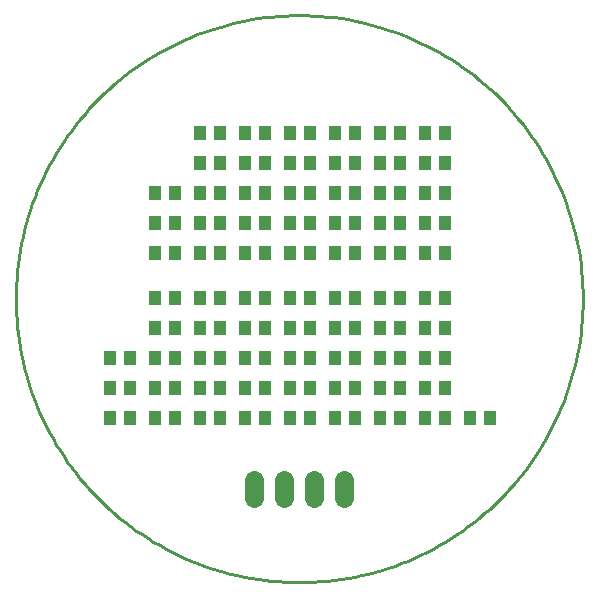
<source format=gts>
G75*
%MOIN*%
%OFA0B0*%
%FSLAX25Y25*%
%IPPOS*%
%LPD*%
%AMOC8*
5,1,8,0,0,1.08239X$1,22.5*
%
%ADD10C,0.01000*%
%ADD11C,0.06400*%
%ADD12R,0.04337X0.04731*%
D10*
X0005437Y0099925D02*
X0005465Y0102244D01*
X0005551Y0104561D01*
X0005693Y0106876D01*
X0005892Y0109186D01*
X0006148Y0111491D01*
X0006460Y0113789D01*
X0006828Y0116079D01*
X0007253Y0118359D01*
X0007733Y0120627D01*
X0008269Y0122884D01*
X0008860Y0125126D01*
X0009506Y0127353D01*
X0010206Y0129564D01*
X0010960Y0131757D01*
X0011768Y0133931D01*
X0012629Y0136084D01*
X0013543Y0138215D01*
X0014509Y0140324D01*
X0015526Y0142408D01*
X0016594Y0144466D01*
X0017712Y0146498D01*
X0018880Y0148502D01*
X0020096Y0150476D01*
X0021361Y0152420D01*
X0022673Y0154332D01*
X0024032Y0156211D01*
X0025436Y0158057D01*
X0026885Y0159868D01*
X0028378Y0161642D01*
X0029914Y0163379D01*
X0031492Y0165078D01*
X0033112Y0166738D01*
X0034772Y0168358D01*
X0036471Y0169936D01*
X0038208Y0171472D01*
X0039982Y0172965D01*
X0041793Y0174414D01*
X0043639Y0175818D01*
X0045518Y0177177D01*
X0047430Y0178489D01*
X0049374Y0179754D01*
X0051348Y0180970D01*
X0053352Y0182138D01*
X0055384Y0183256D01*
X0057442Y0184324D01*
X0059526Y0185341D01*
X0061635Y0186307D01*
X0063766Y0187221D01*
X0065919Y0188082D01*
X0068093Y0188890D01*
X0070286Y0189644D01*
X0072497Y0190344D01*
X0074724Y0190990D01*
X0076966Y0191581D01*
X0079223Y0192117D01*
X0081491Y0192597D01*
X0083771Y0193022D01*
X0086061Y0193390D01*
X0088359Y0193702D01*
X0090664Y0193958D01*
X0092974Y0194157D01*
X0095289Y0194299D01*
X0097606Y0194385D01*
X0099925Y0194413D01*
X0102244Y0194385D01*
X0104561Y0194299D01*
X0106876Y0194157D01*
X0109186Y0193958D01*
X0111491Y0193702D01*
X0113789Y0193390D01*
X0116079Y0193022D01*
X0118359Y0192597D01*
X0120627Y0192117D01*
X0122884Y0191581D01*
X0125126Y0190990D01*
X0127353Y0190344D01*
X0129564Y0189644D01*
X0131757Y0188890D01*
X0133931Y0188082D01*
X0136084Y0187221D01*
X0138215Y0186307D01*
X0140324Y0185341D01*
X0142408Y0184324D01*
X0144466Y0183256D01*
X0146498Y0182138D01*
X0148502Y0180970D01*
X0150476Y0179754D01*
X0152420Y0178489D01*
X0154332Y0177177D01*
X0156211Y0175818D01*
X0158057Y0174414D01*
X0159868Y0172965D01*
X0161642Y0171472D01*
X0163379Y0169936D01*
X0165078Y0168358D01*
X0166738Y0166738D01*
X0168358Y0165078D01*
X0169936Y0163379D01*
X0171472Y0161642D01*
X0172965Y0159868D01*
X0174414Y0158057D01*
X0175818Y0156211D01*
X0177177Y0154332D01*
X0178489Y0152420D01*
X0179754Y0150476D01*
X0180970Y0148502D01*
X0182138Y0146498D01*
X0183256Y0144466D01*
X0184324Y0142408D01*
X0185341Y0140324D01*
X0186307Y0138215D01*
X0187221Y0136084D01*
X0188082Y0133931D01*
X0188890Y0131757D01*
X0189644Y0129564D01*
X0190344Y0127353D01*
X0190990Y0125126D01*
X0191581Y0122884D01*
X0192117Y0120627D01*
X0192597Y0118359D01*
X0193022Y0116079D01*
X0193390Y0113789D01*
X0193702Y0111491D01*
X0193958Y0109186D01*
X0194157Y0106876D01*
X0194299Y0104561D01*
X0194385Y0102244D01*
X0194413Y0099925D01*
X0194385Y0097606D01*
X0194299Y0095289D01*
X0194157Y0092974D01*
X0193958Y0090664D01*
X0193702Y0088359D01*
X0193390Y0086061D01*
X0193022Y0083771D01*
X0192597Y0081491D01*
X0192117Y0079223D01*
X0191581Y0076966D01*
X0190990Y0074724D01*
X0190344Y0072497D01*
X0189644Y0070286D01*
X0188890Y0068093D01*
X0188082Y0065919D01*
X0187221Y0063766D01*
X0186307Y0061635D01*
X0185341Y0059526D01*
X0184324Y0057442D01*
X0183256Y0055384D01*
X0182138Y0053352D01*
X0180970Y0051348D01*
X0179754Y0049374D01*
X0178489Y0047430D01*
X0177177Y0045518D01*
X0175818Y0043639D01*
X0174414Y0041793D01*
X0172965Y0039982D01*
X0171472Y0038208D01*
X0169936Y0036471D01*
X0168358Y0034772D01*
X0166738Y0033112D01*
X0165078Y0031492D01*
X0163379Y0029914D01*
X0161642Y0028378D01*
X0159868Y0026885D01*
X0158057Y0025436D01*
X0156211Y0024032D01*
X0154332Y0022673D01*
X0152420Y0021361D01*
X0150476Y0020096D01*
X0148502Y0018880D01*
X0146498Y0017712D01*
X0144466Y0016594D01*
X0142408Y0015526D01*
X0140324Y0014509D01*
X0138215Y0013543D01*
X0136084Y0012629D01*
X0133931Y0011768D01*
X0131757Y0010960D01*
X0129564Y0010206D01*
X0127353Y0009506D01*
X0125126Y0008860D01*
X0122884Y0008269D01*
X0120627Y0007733D01*
X0118359Y0007253D01*
X0116079Y0006828D01*
X0113789Y0006460D01*
X0111491Y0006148D01*
X0109186Y0005892D01*
X0106876Y0005693D01*
X0104561Y0005551D01*
X0102244Y0005465D01*
X0099925Y0005437D01*
X0097606Y0005465D01*
X0095289Y0005551D01*
X0092974Y0005693D01*
X0090664Y0005892D01*
X0088359Y0006148D01*
X0086061Y0006460D01*
X0083771Y0006828D01*
X0081491Y0007253D01*
X0079223Y0007733D01*
X0076966Y0008269D01*
X0074724Y0008860D01*
X0072497Y0009506D01*
X0070286Y0010206D01*
X0068093Y0010960D01*
X0065919Y0011768D01*
X0063766Y0012629D01*
X0061635Y0013543D01*
X0059526Y0014509D01*
X0057442Y0015526D01*
X0055384Y0016594D01*
X0053352Y0017712D01*
X0051348Y0018880D01*
X0049374Y0020096D01*
X0047430Y0021361D01*
X0045518Y0022673D01*
X0043639Y0024032D01*
X0041793Y0025436D01*
X0039982Y0026885D01*
X0038208Y0028378D01*
X0036471Y0029914D01*
X0034772Y0031492D01*
X0033112Y0033112D01*
X0031492Y0034772D01*
X0029914Y0036471D01*
X0028378Y0038208D01*
X0026885Y0039982D01*
X0025436Y0041793D01*
X0024032Y0043639D01*
X0022673Y0045518D01*
X0021361Y0047430D01*
X0020096Y0049374D01*
X0018880Y0051348D01*
X0017712Y0053352D01*
X0016594Y0055384D01*
X0015526Y0057442D01*
X0014509Y0059526D01*
X0013543Y0061635D01*
X0012629Y0063766D01*
X0011768Y0065919D01*
X0010960Y0068093D01*
X0010206Y0070286D01*
X0009506Y0072497D01*
X0008860Y0074724D01*
X0008269Y0076966D01*
X0007733Y0079223D01*
X0007253Y0081491D01*
X0006828Y0083771D01*
X0006460Y0086061D01*
X0006148Y0088359D01*
X0005892Y0090664D01*
X0005693Y0092974D01*
X0005551Y0095289D01*
X0005465Y0097606D01*
X0005437Y0099925D01*
D11*
X0084925Y0039500D02*
X0084925Y0033500D01*
X0094925Y0033500D02*
X0094925Y0039500D01*
X0104925Y0039500D02*
X0104925Y0033500D01*
X0114925Y0033500D02*
X0114925Y0039500D01*
D12*
X0036904Y0060250D03*
X0043596Y0060250D03*
X0051904Y0060250D03*
X0058596Y0060250D03*
X0066904Y0060250D03*
X0073596Y0060250D03*
X0081904Y0060250D03*
X0088596Y0060250D03*
X0096904Y0060250D03*
X0103596Y0060250D03*
X0111904Y0060250D03*
X0118596Y0060250D03*
X0126904Y0060250D03*
X0133596Y0060250D03*
X0141904Y0060250D03*
X0148596Y0060250D03*
X0156904Y0060250D03*
X0163596Y0060250D03*
X0148596Y0070250D03*
X0141904Y0070250D03*
X0133596Y0070250D03*
X0126904Y0070250D03*
X0118596Y0070250D03*
X0111904Y0070250D03*
X0103596Y0070250D03*
X0096904Y0070250D03*
X0088596Y0070250D03*
X0081904Y0070250D03*
X0073596Y0070250D03*
X0066904Y0070250D03*
X0058596Y0070250D03*
X0051904Y0070250D03*
X0043596Y0070250D03*
X0036904Y0070250D03*
X0036904Y0080250D03*
X0043596Y0080250D03*
X0051904Y0080250D03*
X0058596Y0080250D03*
X0066904Y0080250D03*
X0073596Y0080250D03*
X0081904Y0080250D03*
X0088596Y0080250D03*
X0096904Y0080250D03*
X0103596Y0080250D03*
X0111904Y0080250D03*
X0118596Y0080250D03*
X0126904Y0080250D03*
X0133596Y0080250D03*
X0141904Y0080250D03*
X0148596Y0080250D03*
X0148596Y0090250D03*
X0141904Y0090250D03*
X0133596Y0090250D03*
X0126904Y0090250D03*
X0118596Y0090250D03*
X0111904Y0090250D03*
X0103596Y0090250D03*
X0096904Y0090250D03*
X0088596Y0090250D03*
X0081904Y0090250D03*
X0073596Y0090250D03*
X0066904Y0090250D03*
X0058596Y0090250D03*
X0051904Y0090250D03*
X0051904Y0100250D03*
X0058596Y0100250D03*
X0066904Y0100250D03*
X0073596Y0100250D03*
X0081904Y0100250D03*
X0088596Y0100250D03*
X0096904Y0100250D03*
X0103596Y0100250D03*
X0111904Y0100250D03*
X0118596Y0100250D03*
X0126904Y0100250D03*
X0133596Y0100250D03*
X0141904Y0100250D03*
X0148596Y0100250D03*
X0148596Y0115250D03*
X0141904Y0115250D03*
X0133596Y0115250D03*
X0126904Y0115250D03*
X0118596Y0115250D03*
X0111904Y0115250D03*
X0103596Y0115250D03*
X0096904Y0115250D03*
X0088596Y0115250D03*
X0081904Y0115250D03*
X0073596Y0115250D03*
X0066904Y0115250D03*
X0058596Y0115250D03*
X0051904Y0115250D03*
X0051904Y0125250D03*
X0058596Y0125250D03*
X0066904Y0125250D03*
X0073596Y0125250D03*
X0081904Y0125250D03*
X0088596Y0125250D03*
X0096904Y0125250D03*
X0103596Y0125250D03*
X0111904Y0125250D03*
X0118596Y0125250D03*
X0126904Y0125250D03*
X0133596Y0125250D03*
X0141904Y0125250D03*
X0148596Y0125250D03*
X0148596Y0135250D03*
X0141904Y0135250D03*
X0133596Y0135250D03*
X0126904Y0135250D03*
X0118596Y0135250D03*
X0111904Y0135250D03*
X0103596Y0135250D03*
X0096904Y0135250D03*
X0088596Y0135250D03*
X0081904Y0135250D03*
X0073596Y0135250D03*
X0066904Y0135250D03*
X0058596Y0135250D03*
X0051904Y0135250D03*
X0066904Y0145250D03*
X0073596Y0145250D03*
X0081904Y0145250D03*
X0088596Y0145250D03*
X0096904Y0145250D03*
X0103596Y0145250D03*
X0111904Y0145250D03*
X0118596Y0145250D03*
X0126904Y0145250D03*
X0133596Y0145250D03*
X0141904Y0145250D03*
X0148596Y0145250D03*
X0148596Y0155250D03*
X0141904Y0155250D03*
X0133596Y0155250D03*
X0126904Y0155250D03*
X0118596Y0155250D03*
X0111904Y0155250D03*
X0103596Y0155250D03*
X0096904Y0155250D03*
X0088596Y0155250D03*
X0081904Y0155250D03*
X0073596Y0155250D03*
X0066904Y0155250D03*
M02*

</source>
